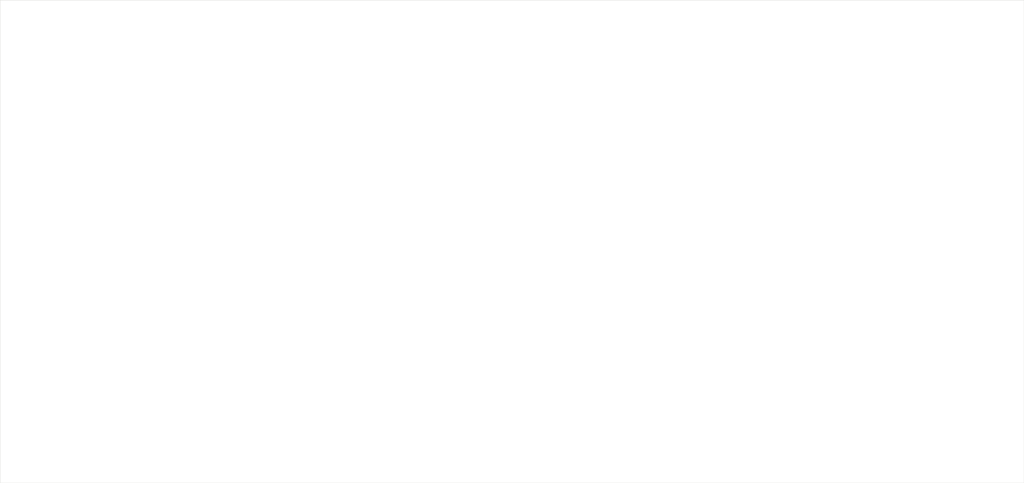
<source format=kicad_pcb>
(kicad_pcb (version 20171130) (host pcbnew "(5.1.5)-3")

  (general
    (thickness 1.6)
    (drawings 5)
    (tracks 0)
    (zones 0)
    (modules 0)
    (nets 1)
  )

  (page A4)
  (layers
    (0 F.Cu signal)
    (31 B.Cu signal)
    (32 B.Adhes user)
    (33 F.Adhes user)
    (34 B.Paste user)
    (35 F.Paste user)
    (36 B.SilkS user)
    (37 F.SilkS user)
    (38 B.Mask user)
    (39 F.Mask user)
    (40 Dwgs.User user)
    (41 Cmts.User user)
    (42 Eco1.User user)
    (43 Eco2.User user)
    (44 Edge.Cuts user)
    (45 Margin user)
    (46 B.CrtYd user)
    (47 F.CrtYd user)
    (48 B.Fab user)
    (49 F.Fab user)
  )

  (setup
    (last_trace_width 0.25)
    (trace_clearance 0.2)
    (zone_clearance 0.508)
    (zone_45_only no)
    (trace_min 0.2)
    (via_size 0.8)
    (via_drill 0.4)
    (via_min_size 0.4)
    (via_min_drill 0.3)
    (uvia_size 0.3)
    (uvia_drill 0.1)
    (uvias_allowed no)
    (uvia_min_size 0.2)
    (uvia_min_drill 0.1)
    (edge_width 0.05)
    (segment_width 0.2)
    (pcb_text_width 0.3)
    (pcb_text_size 1.5 1.5)
    (mod_edge_width 0.12)
    (mod_text_size 1 1)
    (mod_text_width 0.15)
    (pad_size 1.524 1.524)
    (pad_drill 0.762)
    (pad_to_mask_clearance 0.051)
    (solder_mask_min_width 0.25)
    (aux_axis_origin 0 0)
    (visible_elements FFFFFF7F)
    (pcbplotparams
      (layerselection 0x010fc_ffffffff)
      (usegerberextensions false)
      (usegerberattributes false)
      (usegerberadvancedattributes false)
      (creategerberjobfile false)
      (excludeedgelayer true)
      (linewidth 0.100000)
      (plotframeref false)
      (viasonmask false)
      (mode 1)
      (useauxorigin false)
      (hpglpennumber 1)
      (hpglpenspeed 20)
      (hpglpendiameter 15.000000)
      (psnegative false)
      (psa4output false)
      (plotreference true)
      (plotvalue true)
      (plotinvisibletext false)
      (padsonsilk false)
      (subtractmaskfromsilk false)
      (outputformat 1)
      (mirror false)
      (drillshape 1)
      (scaleselection 1)
      (outputdirectory ""))
  )

  (net 0 "")

  (net_class Default "This is the default net class."
    (clearance 0.2)
    (trace_width 0.25)
    (via_dia 0.8)
    (via_drill 0.4)
    (uvia_dia 0.3)
    (uvia_drill 0.1)
  )

  (gr_line (start 50.8 50.8) (end 53.34 50.8) (layer Edge.Cuts) (width 0.05) (tstamp 5E6E9EBC))
  (gr_line (start 50.8 134.62) (end 50.8 50.8) (layer Edge.Cuts) (width 0.05))
  (gr_line (start 228.6 134.62) (end 50.8 134.62) (layer Edge.Cuts) (width 0.05))
  (gr_line (start 228.6 50.8) (end 228.6 134.62) (layer Edge.Cuts) (width 0.05))
  (gr_line (start 53.34 50.8) (end 228.6 50.8) (layer Edge.Cuts) (width 0.05))

)

</source>
